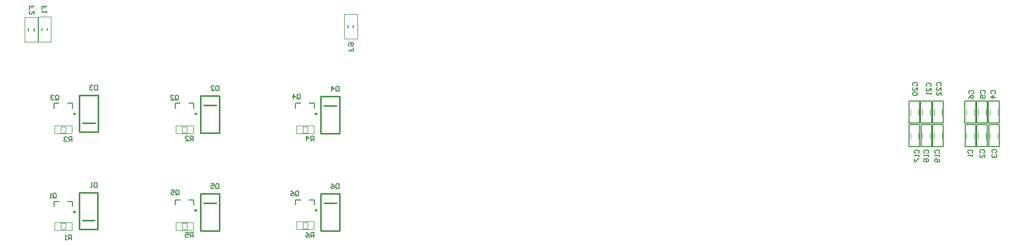
<source format=gbo>
G04 Layer_Color=32896*
%FSTAX24Y24*%
%MOIN*%
G70*
G01*
G75*
%ADD25C,0.0100*%
%ADD46C,0.0098*%
%ADD47C,0.0079*%
%ADD48C,0.0039*%
%ADD49C,0.0040*%
%ADD50C,0.0050*%
%ADD52C,0.0080*%
D25*
X0282Y020288D02*
Y02265D01*
Y020288D02*
X029381D01*
Y02265D01*
X0282D02*
X029381D01*
X028397Y020878D02*
X029184D01*
X0371Y026438D02*
Y0288D01*
X035919D02*
X0371D01*
X035919Y026438D02*
Y0288D01*
Y026438D02*
X0371D01*
X036116Y028209D02*
X036903D01*
X028219Y026488D02*
Y02885D01*
Y026488D02*
X0294D01*
Y02885D01*
X028219D02*
X0294D01*
X028416Y027078D02*
X029203D01*
X044731Y0264D02*
Y028762D01*
X04355D02*
X044731D01*
X04355Y0264D02*
Y028762D01*
Y0264D02*
X044731D01*
X043747Y028172D02*
X044534D01*
X0371Y0202D02*
Y022562D01*
X035919D02*
X0371D01*
X035919Y0202D02*
Y022562D01*
Y0202D02*
X0371D01*
X036116Y021972D02*
X036903D01*
X044731Y0202D02*
Y022562D01*
X04355D02*
X044731D01*
X04355Y0202D02*
Y022562D01*
Y0202D02*
X044731D01*
X043747Y021972D02*
X044534D01*
D46*
X043308Y021506D02*
G03*
X043308Y021506I-000049J0D01*
G01*
X035658D02*
G03*
X035658Y021506I-000049J0D01*
G01*
X027958Y021406D02*
G03*
X027958Y021406I-000049J0D01*
G01*
Y027656D02*
G03*
X027958Y027656I-000049J0D01*
G01*
X035658D02*
G03*
X035658Y027656I-000049J0D01*
G01*
X043308D02*
G03*
X043308Y027656I-000049J0D01*
G01*
D47*
X045627Y033141D02*
Y033299D01*
X045273Y033141D02*
Y033299D01*
X041959Y022176D02*
X042274D01*
X041959Y021861D02*
Y022176D01*
X042826D02*
X043141D01*
Y021861D02*
Y022176D01*
X034309D02*
X034624D01*
X034309Y021861D02*
Y022176D01*
X035176D02*
X035491D01*
Y021861D02*
Y022176D01*
X026609Y022076D02*
X026924D01*
X026609Y021761D02*
Y022076D01*
X027476D02*
X027791D01*
Y021761D02*
Y022076D01*
X026609Y028326D02*
X026924D01*
X026609Y028011D02*
Y028326D01*
X027476D02*
X027791D01*
Y028011D02*
Y028326D01*
X034309D02*
X034624D01*
X034309Y028011D02*
Y028326D01*
X035176D02*
X035491D01*
Y028011D02*
Y028326D01*
X041959D02*
X042274D01*
X041959Y028011D02*
Y028326D01*
X042826D02*
X043141D01*
Y028011D02*
Y028326D01*
X025833Y032961D02*
Y033119D01*
X026187Y032961D02*
Y033119D01*
X024983Y032951D02*
Y033109D01*
X025337Y032951D02*
Y033109D01*
D48*
X045037Y034007D02*
X045863D01*
X045037Y032433D02*
X045863D01*
X045037D02*
Y034007D01*
X045863Y032433D02*
Y034007D01*
X0424Y02035D02*
X0427D01*
Y02075D01*
X0424D02*
X0427D01*
X0424Y02035D02*
Y02075D01*
X042Y0203D02*
X0431D01*
Y0208D01*
X0429D02*
X0431D01*
X042D02*
X0429D01*
X042Y0203D02*
Y0208D01*
X03475Y0203D02*
X03505D01*
Y0207D01*
X03475D02*
X03505D01*
X03475Y0203D02*
Y0207D01*
X03435Y02025D02*
X03545D01*
Y02075D01*
X03525D02*
X03545D01*
X03435D02*
X03525D01*
X03435Y02025D02*
Y02075D01*
X02705Y0203D02*
X02735D01*
Y0207D01*
X02705D02*
X02735D01*
X02705Y0203D02*
Y0207D01*
X02665Y02025D02*
X02775D01*
Y02075D01*
X02755D02*
X02775D01*
X02665D02*
X02755D01*
X02665Y02025D02*
Y02075D01*
X02705Y02645D02*
X02735D01*
Y02685D01*
X02705D02*
X02735D01*
X02705Y02645D02*
Y02685D01*
X02665Y0264D02*
X02775D01*
Y0269D01*
X02755D02*
X02775D01*
X02665D02*
X02755D01*
X02665Y0264D02*
Y0269D01*
X03475Y02645D02*
X03505D01*
Y02685D01*
X03475D02*
X03505D01*
X03475Y02645D02*
Y02685D01*
X03435Y0264D02*
X03545D01*
Y0269D01*
X03525D02*
X03545D01*
X03435D02*
X03525D01*
X03435Y0264D02*
Y0269D01*
X0424Y02645D02*
X0427D01*
Y02685D01*
X0424D02*
X0427D01*
X0424Y02645D02*
Y02685D01*
X042Y0264D02*
X0431D01*
Y0269D01*
X0429D02*
X0431D01*
X042D02*
X0429D01*
X042Y0264D02*
Y0269D01*
X026423Y032253D02*
Y033827D01*
X025597Y032253D02*
Y033827D01*
Y032253D02*
X026423D01*
X025597Y033827D02*
X026423D01*
X025573Y032243D02*
Y033817D01*
X024747Y032243D02*
Y033817D01*
Y032243D02*
X025573D01*
X024747Y033817D02*
X025573D01*
D49*
X083Y027586D02*
Y027926D01*
X0825Y027586D02*
Y027926D01*
X08225Y027586D02*
Y027926D01*
X08175Y027586D02*
Y027926D01*
X08151Y027586D02*
Y027926D01*
X08101Y027586D02*
Y027926D01*
X0825Y026086D02*
Y026426D01*
X083Y026086D02*
Y026426D01*
X08175Y026086D02*
Y026426D01*
X08225Y026086D02*
Y026426D01*
X081Y026086D02*
Y026426D01*
X0815Y026086D02*
Y026426D01*
X08605Y027586D02*
Y027926D01*
X08655Y027586D02*
Y027926D01*
X0853Y027586D02*
Y027926D01*
X0858Y027586D02*
Y027926D01*
X08455Y027586D02*
Y027926D01*
X08505Y027586D02*
Y027926D01*
X08655Y026086D02*
Y026426D01*
X08605Y026086D02*
Y026426D01*
X0858Y026086D02*
Y026426D01*
X0853Y026086D02*
Y026426D01*
X08505Y026086D02*
Y026426D01*
X08455Y026086D02*
Y026426D01*
D50*
X08241Y027056D02*
Y028456D01*
X08308D01*
Y027056D02*
Y028456D01*
X08241Y027056D02*
X08308D01*
X08166D02*
Y028456D01*
X08233D01*
Y027056D02*
Y028456D01*
X08166Y027056D02*
X08233D01*
X08092D02*
Y028456D01*
X08159D01*
Y027056D02*
Y028456D01*
X08092Y027056D02*
X08159D01*
X08309Y025556D02*
Y026956D01*
X08242Y025556D02*
X08309D01*
X08242D02*
Y026956D01*
X08309D01*
X08234Y025556D02*
Y026956D01*
X08167Y025556D02*
X08234D01*
X08167D02*
Y026956D01*
X08234D01*
X08159Y025556D02*
Y026956D01*
X08092Y025556D02*
X08159D01*
X08092D02*
Y026956D01*
X08159D01*
X08596Y027056D02*
X08663D01*
Y028456D01*
X08596D02*
X08663D01*
X08596Y027056D02*
Y028456D01*
X08521Y027056D02*
X08588D01*
Y028456D01*
X08521D02*
X08588D01*
X08521Y027056D02*
Y028456D01*
X08446Y027056D02*
X08513D01*
Y028456D01*
X08446D02*
X08513D01*
X08446Y027056D02*
Y028456D01*
X08597Y026956D02*
X08664D01*
X08597Y025556D02*
Y026956D01*
Y025556D02*
X08664D01*
Y026956D01*
X08522D02*
X08589D01*
X08522Y025556D02*
Y026956D01*
Y025556D02*
X08589D01*
Y026956D01*
X08447D02*
X08514D01*
X08447Y025556D02*
Y026956D01*
Y025556D02*
X08514D01*
Y026956D01*
D52*
X04562Y03188D02*
Y03168D01*
X04547D01*
Y03178D01*
Y03168D01*
X04532D01*
X04537Y03198D02*
X04532Y03203D01*
Y03213D01*
X04537Y03218D01*
X04557D01*
X04562Y03213D01*
Y03203D01*
X04557Y03198D01*
X04552D01*
X04547Y03203D01*
Y03218D01*
X0827Y02945D02*
X08265Y0295D01*
Y0296D01*
X0827Y02965D01*
X0829D01*
X08295Y0296D01*
Y0295D01*
X0829Y02945D01*
X08295Y02915D02*
Y02935D01*
X08275Y02915D01*
X0827D01*
X08265Y0292D01*
Y0293D01*
X0827Y02935D01*
X08295Y02885D02*
Y02905D01*
X08275Y02885D01*
X0827D01*
X08265Y0289D01*
Y029D01*
X0827Y02905D01*
X08205Y0294D02*
X082Y02945D01*
Y02955D01*
X08205Y0296D01*
X08225D01*
X0823Y02955D01*
Y02945D01*
X08225Y0294D01*
X0823Y0291D02*
Y0293D01*
X0821Y0291D01*
X08205D01*
X082Y02915D01*
Y02925D01*
X08205Y0293D01*
X0823Y029D02*
Y0289D01*
Y02895D01*
X082D01*
X08205Y029D01*
X081182Y029453D02*
X081132Y029503D01*
Y029603D01*
X081182Y029653D01*
X081382D01*
X081432Y029603D01*
Y029503D01*
X081382Y029453D01*
X081432Y029153D02*
Y029353D01*
X081232Y029153D01*
X081182D01*
X081132Y029203D01*
Y029303D01*
X081182Y029353D01*
Y029053D02*
X081132Y029003D01*
Y028903D01*
X081182Y028853D01*
X081382D01*
X081432Y028903D01*
Y029003D01*
X081382Y029053D01*
X081182D01*
X0826Y02515D02*
X08255Y0252D01*
Y0253D01*
X0826Y02535D01*
X0828D01*
X08285Y0253D01*
Y0252D01*
X0828Y02515D01*
X08285Y02505D02*
Y02495D01*
Y025D01*
X08255D01*
X0826Y02505D01*
X0828Y0248D02*
X08285Y02475D01*
Y02465D01*
X0828Y0246D01*
X0826D01*
X08255Y02465D01*
Y02475D01*
X0826Y0248D01*
X08265D01*
X0827Y02475D01*
Y0246D01*
X0819Y02515D02*
X08185Y0252D01*
Y0253D01*
X0819Y02535D01*
X0821D01*
X08215Y0253D01*
Y0252D01*
X0821Y02515D01*
X08215Y02505D02*
Y02495D01*
Y025D01*
X08185D01*
X0819Y02505D01*
Y0248D02*
X08185Y02475D01*
Y02465D01*
X0819Y0246D01*
X08195D01*
X082Y02465D01*
X08205Y0246D01*
X0821D01*
X08215Y02465D01*
Y02475D01*
X0821Y0248D01*
X08205D01*
X082Y02475D01*
X08195Y0248D01*
X0819D01*
X082Y02475D02*
Y02465D01*
X0813Y02515D02*
X08125Y0252D01*
Y0253D01*
X0813Y02535D01*
X0815D01*
X08155Y0253D01*
Y0252D01*
X0815Y02515D01*
X08155Y02505D02*
Y02495D01*
Y025D01*
X08125D01*
X0813Y02505D01*
X08125Y0248D02*
Y0246D01*
X0813D01*
X0815Y0248D01*
X08155D01*
X0847Y02515D02*
X08465Y0252D01*
Y0253D01*
X0847Y02535D01*
X0849D01*
X08495Y0253D01*
Y0252D01*
X0849Y02515D01*
X08495Y02505D02*
Y02495D01*
Y025D01*
X08465D01*
X0847Y02505D01*
X085453Y025168D02*
X085403Y025218D01*
Y025318D01*
X085453Y025368D01*
X085653D01*
X085703Y025318D01*
Y025218D01*
X085653Y025168D01*
X085703Y024868D02*
Y025068D01*
X085503Y024868D01*
X085453D01*
X085403Y024918D01*
Y025018D01*
X085453Y025068D01*
X086215Y025185D02*
X086165Y025235D01*
Y025335D01*
X086215Y025385D01*
X086415D01*
X086465Y025335D01*
Y025235D01*
X086415Y025185D01*
X086215Y025085D02*
X086165Y025035D01*
Y024935D01*
X086215Y024885D01*
X086265D01*
X086315Y024935D01*
Y024985D01*
Y024935D01*
X086365Y024885D01*
X086415D01*
X086465Y024935D01*
Y025035D01*
X086415Y025085D01*
X08615Y02895D02*
X0861Y029D01*
Y0291D01*
X08615Y02915D01*
X08635D01*
X0864Y0291D01*
Y029D01*
X08635Y02895D01*
X0864Y0287D02*
X0861D01*
X08625Y02885D01*
Y02865D01*
X0855Y02895D02*
X08545Y029D01*
Y0291D01*
X0855Y02915D01*
X0857D01*
X08575Y0291D01*
Y029D01*
X0857Y02895D01*
X08545Y02865D02*
Y02885D01*
X0856D01*
X08555Y02875D01*
Y0287D01*
X0856Y02865D01*
X0857D01*
X08575Y0287D01*
Y0288D01*
X0857Y02885D01*
X08475Y02895D02*
X0847Y029D01*
Y0291D01*
X08475Y02915D01*
X08495D01*
X085Y0291D01*
Y029D01*
X08495Y02895D01*
X0847Y02865D02*
X08475Y02875D01*
X08485Y02885D01*
X08495D01*
X085Y0288D01*
Y0287D01*
X08495Y02865D01*
X0849D01*
X08485Y0287D01*
Y02885D01*
X02935Y02328D02*
Y02298D01*
X0292D01*
X02915Y02303D01*
Y02323D01*
X0292Y02328D01*
X02935D01*
X02905Y02298D02*
X02895D01*
X029D01*
Y02328D01*
X02905Y02323D01*
X03707Y02943D02*
Y02913D01*
X03692D01*
X03687Y02918D01*
Y02938D01*
X03692Y02943D01*
X03707D01*
X03657Y02913D02*
X03677D01*
X03657Y02933D01*
Y02938D01*
X03662Y02943D01*
X03672D01*
X03677Y02938D01*
X02937Y02948D02*
Y02918D01*
X02922D01*
X02917Y02923D01*
Y02943D01*
X02922Y02948D01*
X02937D01*
X02907Y02943D02*
X02902Y02948D01*
X02892D01*
X02887Y02943D01*
Y02938D01*
X02892Y02933D01*
X02897D01*
X02892D01*
X02887Y02928D01*
Y02923D01*
X02892Y02918D01*
X02902D01*
X02907Y02923D01*
X0447Y02939D02*
Y02909D01*
X04455D01*
X0445Y02914D01*
Y02934D01*
X04455Y02939D01*
X0447D01*
X04425Y02909D02*
Y02939D01*
X0444Y02924D01*
X0442D01*
X03707Y02319D02*
Y02289D01*
X03692D01*
X03687Y02294D01*
Y02314D01*
X03692Y02319D01*
X03707D01*
X03657D02*
X03677D01*
Y02304D01*
X03667Y02309D01*
X03662D01*
X03657Y02304D01*
Y02294D01*
X03662Y02289D01*
X03672D01*
X03677Y02294D01*
X0447Y02319D02*
Y02289D01*
X04455D01*
X0445Y02294D01*
Y02314D01*
X04455Y02319D01*
X0447D01*
X0442D02*
X0443Y02314D01*
X0444Y02304D01*
Y02294D01*
X04435Y02289D01*
X04425D01*
X0442Y02294D01*
Y02299D01*
X04425Y02304D01*
X0444D01*
X026555Y022344D02*
Y022544D01*
X026605Y022594D01*
X026705D01*
X026755Y022544D01*
Y022344D01*
X026705Y022294D01*
X026605D01*
X026655Y022394D02*
X026555Y022294D01*
X026605D02*
X026555Y022344D01*
X026455Y022294D02*
X026355D01*
X026405D01*
Y022594D01*
X026455Y022544D01*
X0343Y0286D02*
Y0288D01*
X03435Y02885D01*
X03445D01*
X0345Y0288D01*
Y0286D01*
X03445Y02855D01*
X03435D01*
X0344Y02865D02*
X0343Y02855D01*
X03435D02*
X0343Y0286D01*
X034Y02855D02*
X0342D01*
X034Y02875D01*
Y0288D01*
X03405Y02885D01*
X03415D01*
X0342Y0288D01*
X0267Y0286D02*
Y0288D01*
X02675Y02885D01*
X02685D01*
X0269Y0288D01*
Y0286D01*
X02685Y02855D01*
X02675D01*
X0268Y02865D02*
X0267Y02855D01*
X02675D02*
X0267Y0286D01*
X0266Y0288D02*
X02655Y02885D01*
X02645D01*
X0264Y0288D01*
Y02875D01*
X02645Y0287D01*
X0265D01*
X02645D01*
X0264Y02865D01*
Y0286D01*
X02645Y02855D01*
X02655D01*
X0266Y0286D01*
X04205Y02865D02*
Y02885D01*
X0421Y0289D01*
X0422D01*
X04225Y02885D01*
Y02865D01*
X0422Y0286D01*
X0421D01*
X04215Y0287D02*
X04205Y0286D01*
X0421D02*
X04205Y02865D01*
X0418Y0286D02*
Y0289D01*
X04195Y02875D01*
X04175D01*
X03435Y02255D02*
Y02275D01*
X0344Y0228D01*
X0345D01*
X03455Y02275D01*
Y02255D01*
X0345Y0225D01*
X0344D01*
X03445Y0226D02*
X03435Y0225D01*
X0344D02*
X03435Y02255D01*
X03405Y0228D02*
X03425D01*
Y02265D01*
X03415Y0227D01*
X0341D01*
X03405Y02265D01*
Y02255D01*
X0341Y0225D01*
X0342D01*
X03425Y02255D01*
X04195Y0225D02*
Y0227D01*
X042Y02275D01*
X0421D01*
X04215Y0227D01*
Y0225D01*
X0421Y02245D01*
X042D01*
X04205Y02255D02*
X04195Y02245D01*
X042D02*
X04195Y0225D01*
X04165Y02275D02*
X04175Y0227D01*
X04185Y0226D01*
Y0225D01*
X0418Y02245D01*
X0417D01*
X04165Y0225D01*
Y02255D01*
X0417Y0226D01*
X04185D01*
X0277Y01965D02*
Y01995D01*
X02755D01*
X0275Y0199D01*
Y0198D01*
X02755Y01975D01*
X0277D01*
X0276D02*
X0275Y01965D01*
X0274D02*
X0273D01*
X02735D01*
Y01995D01*
X0274Y0199D01*
X03545Y02595D02*
Y02625D01*
X0353D01*
X03525Y0262D01*
Y0261D01*
X0353Y02605D01*
X03545D01*
X03535D02*
X03525Y02595D01*
X03495D02*
X03515D01*
X03495Y02615D01*
Y0262D01*
X035Y02625D01*
X0351D01*
X03515Y0262D01*
X02775Y0259D02*
Y0262D01*
X0276D01*
X02755Y02615D01*
Y02605D01*
X0276Y026D01*
X02775D01*
X02765D02*
X02755Y0259D01*
X02745Y02615D02*
X0274Y0262D01*
X0273D01*
X02725Y02615D01*
Y0261D01*
X0273Y02605D01*
X02735D01*
X0273D01*
X02725Y026D01*
Y02595D01*
X0273Y0259D01*
X0274D01*
X02745Y02595D01*
X0431Y02595D02*
Y02625D01*
X04295D01*
X0429Y0262D01*
Y0261D01*
X04295Y02605D01*
X0431D01*
X043D02*
X0429Y02595D01*
X04265D02*
Y02625D01*
X0428Y0261D01*
X0426D01*
X03545Y0198D02*
Y0201D01*
X0353D01*
X03525Y02005D01*
Y01995D01*
X0353Y0199D01*
X03545D01*
X03535D02*
X03525Y0198D01*
X03495Y0201D02*
X03515D01*
Y01995D01*
X03505Y02D01*
X035D01*
X03495Y01995D01*
Y01985D01*
X035Y0198D01*
X0351D01*
X03515Y01985D01*
X0431Y0198D02*
Y0201D01*
X04295D01*
X0429Y02005D01*
Y01995D01*
X04295Y0199D01*
X0431D01*
X043D02*
X0429Y0198D01*
X0426Y0201D02*
X0427Y02005D01*
X0428Y01995D01*
Y01985D01*
X04275Y0198D01*
X04265D01*
X0426Y01985D01*
Y0199D01*
X04265Y01995D01*
X0428D01*
X02585Y0343D02*
Y0345D01*
X026D01*
Y0344D01*
Y0345D01*
X02615D01*
Y0342D02*
Y0341D01*
Y03415D01*
X02585D01*
X0259Y0342D01*
X02505Y0343D02*
Y0345D01*
X0252D01*
Y0344D01*
Y0345D01*
X02535D01*
Y034D02*
Y0342D01*
X02515Y034D01*
X0251D01*
X02505Y03405D01*
Y03415D01*
X0251Y0342D01*
M02*

</source>
